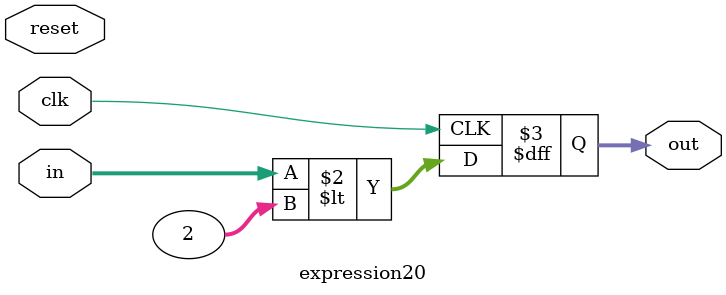
<source format=v>
module expression20
  #(parameter integer WIDTH = 8)
  (input wire             reset,
   input wire             clk,
   input wire [WIDTH-1:0] in,
   output reg [WIDTH-1:0] out);

   always @(posedge clk) out <= in < 2;

endmodule

</source>
